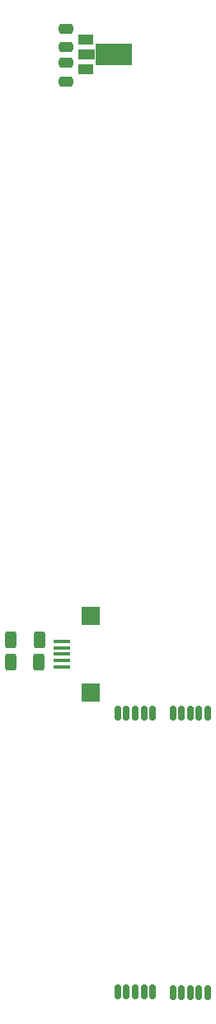
<source format=gbr>
%TF.GenerationSoftware,KiCad,Pcbnew,(6.0.5)*%
%TF.CreationDate,2023-06-16T09:56:29+03:00*%
%TF.ProjectId,JLC1,4a4c4331-2e6b-4696-9361-645f70636258,rev?*%
%TF.SameCoordinates,Original*%
%TF.FileFunction,Paste,Bot*%
%TF.FilePolarity,Positive*%
%FSLAX46Y46*%
G04 Gerber Fmt 4.6, Leading zero omitted, Abs format (unit mm)*
G04 Created by KiCad (PCBNEW (6.0.5)) date 2023-06-16 09:56:29*
%MOMM*%
%LPD*%
G01*
G04 APERTURE LIST*
G04 Aperture macros list*
%AMRoundRect*
0 Rectangle with rounded corners*
0 $1 Rounding radius*
0 $2 $3 $4 $5 $6 $7 $8 $9 X,Y pos of 4 corners*
0 Add a 4 corners polygon primitive as box body*
4,1,4,$2,$3,$4,$5,$6,$7,$8,$9,$2,$3,0*
0 Add four circle primitives for the rounded corners*
1,1,$1+$1,$2,$3*
1,1,$1+$1,$4,$5*
1,1,$1+$1,$6,$7*
1,1,$1+$1,$8,$9*
0 Add four rect primitives between the rounded corners*
20,1,$1+$1,$2,$3,$4,$5,0*
20,1,$1+$1,$4,$5,$6,$7,0*
20,1,$1+$1,$6,$7,$8,$9,0*
20,1,$1+$1,$8,$9,$2,$3,0*%
G04 Aperture macros list end*
%ADD10RoundRect,0.175000X-0.175000X-0.575000X0.175000X-0.575000X0.175000X0.575000X-0.175000X0.575000X0*%
%ADD11RoundRect,0.250000X0.475000X-0.250000X0.475000X0.250000X-0.475000X0.250000X-0.475000X-0.250000X0*%
%ADD12R,3.700000X2.200000*%
%ADD13R,1.500000X1.000000*%
%ADD14R,1.800000X1.000000*%
%ADD15RoundRect,0.250000X-0.312500X-0.625000X0.312500X-0.625000X0.312500X0.625000X-0.312500X0.625000X0*%
%ADD16R,1.900000X1.900000*%
%ADD17R,1.800000X0.400000*%
G04 APERTURE END LIST*
D10*
%TO.C,*%
X173275000Y-103732500D03*
%TD*%
%TO.C,*%
X166725000Y-132395000D03*
%TD*%
%TO.C,*%
X164925000Y-103720000D03*
%TD*%
%TO.C,*%
X172375000Y-132407500D03*
%TD*%
%TO.C,*%
X167625000Y-103720000D03*
%TD*%
%TO.C,*%
X174175000Y-103732500D03*
%TD*%
%TO.C,*%
X168525000Y-103720000D03*
%TD*%
D11*
%TO.C,100uF*%
X159568450Y-33461550D03*
X159568450Y-35361550D03*
%TD*%
%TO.C,100uF*%
X159568450Y-36961550D03*
X159568450Y-38861550D03*
%TD*%
D10*
%TO.C,*%
X171475000Y-132407500D03*
%TD*%
%TO.C,*%
X166725000Y-103720000D03*
%TD*%
%TO.C,*%
X165825000Y-103720000D03*
%TD*%
%TO.C,*%
X170575000Y-103732500D03*
%TD*%
%TO.C,*%
X168525000Y-132395000D03*
%TD*%
%TO.C,*%
X172375000Y-103732500D03*
%TD*%
D12*
%TO.C,78L05*%
X164507690Y-36095000D03*
D13*
X161607690Y-34595000D03*
D14*
X161757690Y-36095000D03*
D13*
X161607690Y-37595000D03*
%TD*%
D10*
%TO.C,*%
X164925000Y-132395000D03*
%TD*%
%TO.C,*%
X170575000Y-132407500D03*
%TD*%
%TO.C,*%
X173275000Y-132407500D03*
%TD*%
%TO.C,*%
X174175000Y-132407500D03*
%TD*%
%TO.C,*%
X165825000Y-132395000D03*
%TD*%
D15*
%TO.C,22R*%
X156877500Y-96230000D03*
X153952500Y-96230000D03*
%TD*%
D16*
%TO.C,REF\u002A\u002A*%
X162115000Y-93730000D03*
X162115000Y-101630000D03*
D17*
X159215000Y-98980000D03*
X159215000Y-98330000D03*
X159215000Y-97680000D03*
X159215000Y-97030000D03*
X159215000Y-96380000D03*
%TD*%
D10*
%TO.C,*%
X167625000Y-132395000D03*
%TD*%
%TO.C,*%
X171475000Y-103732500D03*
%TD*%
D15*
%TO.C,22R*%
X156852500Y-98530000D03*
X153927500Y-98530000D03*
%TD*%
M02*

</source>
